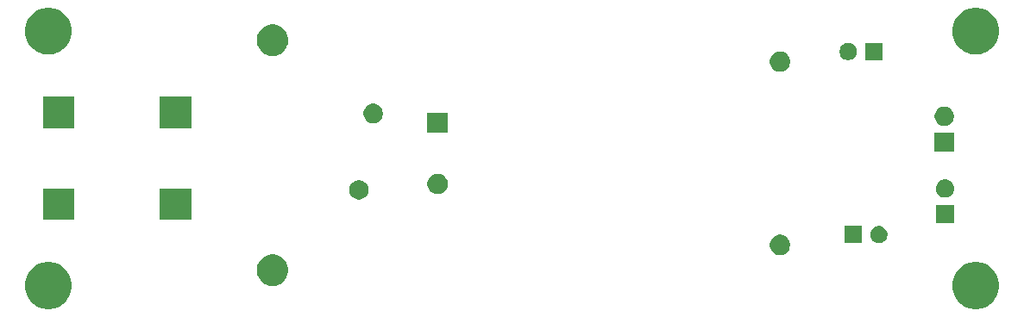
<source format=gbr>
G04 #@! TF.GenerationSoftware,KiCad,Pcbnew,(5.0.1)-3*
G04 #@! TF.CreationDate,2021-03-31T10:43:35+05:45*
G04 #@! TF.ProjectId,Power,506F7765722E6B696361645F70636200,rev?*
G04 #@! TF.SameCoordinates,Original*
G04 #@! TF.FileFunction,Soldermask,Bot*
G04 #@! TF.FilePolarity,Negative*
%FSLAX46Y46*%
G04 Gerber Fmt 4.6, Leading zero omitted, Abs format (unit mm)*
G04 Created by KiCad (PCBNEW (5.0.1)-3) date 3/31/2021 10:43:35 AM*
%MOMM*%
%LPD*%
G01*
G04 APERTURE LIST*
%ADD10C,0.100000*%
G04 APERTURE END LIST*
D10*
G36*
X239448903Y-65743213D02*
X239671177Y-65787426D01*
X240089932Y-65960880D01*
X240466802Y-66212696D01*
X240787304Y-66533198D01*
X241039120Y-66910068D01*
X241212574Y-67328823D01*
X241301000Y-67773371D01*
X241301000Y-68226629D01*
X241212574Y-68671177D01*
X241039120Y-69089932D01*
X240787304Y-69466802D01*
X240466802Y-69787304D01*
X240089932Y-70039120D01*
X239671177Y-70212574D01*
X239448903Y-70256787D01*
X239226630Y-70301000D01*
X238773370Y-70301000D01*
X238551097Y-70256787D01*
X238328823Y-70212574D01*
X237910068Y-70039120D01*
X237533198Y-69787304D01*
X237212696Y-69466802D01*
X236960880Y-69089932D01*
X236787426Y-68671177D01*
X236699000Y-68226629D01*
X236699000Y-67773371D01*
X236787426Y-67328823D01*
X236960880Y-66910068D01*
X237212696Y-66533198D01*
X237533198Y-66212696D01*
X237910068Y-65960880D01*
X238328823Y-65787426D01*
X238551097Y-65743213D01*
X238773370Y-65699000D01*
X239226630Y-65699000D01*
X239448903Y-65743213D01*
X239448903Y-65743213D01*
G37*
G36*
X148448903Y-65743213D02*
X148671177Y-65787426D01*
X149089932Y-65960880D01*
X149466802Y-66212696D01*
X149787304Y-66533198D01*
X150039120Y-66910068D01*
X150212574Y-67328823D01*
X150301000Y-67773371D01*
X150301000Y-68226629D01*
X150212574Y-68671177D01*
X150039120Y-69089932D01*
X149787304Y-69466802D01*
X149466802Y-69787304D01*
X149089932Y-70039120D01*
X148671177Y-70212574D01*
X148448903Y-70256787D01*
X148226630Y-70301000D01*
X147773370Y-70301000D01*
X147551097Y-70256787D01*
X147328823Y-70212574D01*
X146910068Y-70039120D01*
X146533198Y-69787304D01*
X146212696Y-69466802D01*
X145960880Y-69089932D01*
X145787426Y-68671177D01*
X145699000Y-68226629D01*
X145699000Y-67773371D01*
X145787426Y-67328823D01*
X145960880Y-66910068D01*
X146212696Y-66533198D01*
X146533198Y-66212696D01*
X146910068Y-65960880D01*
X147328823Y-65787426D01*
X147551097Y-65743213D01*
X147773370Y-65699000D01*
X148226630Y-65699000D01*
X148448903Y-65743213D01*
X148448903Y-65743213D01*
G37*
G36*
X170352527Y-64988736D02*
X170452410Y-65008604D01*
X170734674Y-65125521D01*
X170988705Y-65295259D01*
X171204741Y-65511295D01*
X171374479Y-65765326D01*
X171491396Y-66047590D01*
X171551000Y-66347240D01*
X171551000Y-66652760D01*
X171491396Y-66952410D01*
X171374479Y-67234674D01*
X171204741Y-67488705D01*
X170988705Y-67704741D01*
X170734674Y-67874479D01*
X170452410Y-67991396D01*
X170352527Y-68011264D01*
X170152762Y-68051000D01*
X169847238Y-68051000D01*
X169647473Y-68011264D01*
X169547590Y-67991396D01*
X169265326Y-67874479D01*
X169011295Y-67704741D01*
X168795259Y-67488705D01*
X168625521Y-67234674D01*
X168508604Y-66952410D01*
X168449000Y-66652760D01*
X168449000Y-66347240D01*
X168508604Y-66047590D01*
X168625521Y-65765326D01*
X168795259Y-65511295D01*
X169011295Y-65295259D01*
X169265326Y-65125521D01*
X169547590Y-65008604D01*
X169647473Y-64988736D01*
X169847238Y-64949000D01*
X170152762Y-64949000D01*
X170352527Y-64988736D01*
X170352527Y-64988736D01*
G37*
G36*
X220091981Y-63037468D02*
X220274150Y-63112925D01*
X220438103Y-63222475D01*
X220577525Y-63361897D01*
X220687075Y-63525850D01*
X220762532Y-63708019D01*
X220801000Y-63901410D01*
X220801000Y-64098590D01*
X220762532Y-64291981D01*
X220687075Y-64474150D01*
X220577525Y-64638103D01*
X220438103Y-64777525D01*
X220274150Y-64887075D01*
X220091981Y-64962532D01*
X219898590Y-65001000D01*
X219701410Y-65001000D01*
X219508019Y-64962532D01*
X219325850Y-64887075D01*
X219161897Y-64777525D01*
X219022475Y-64638103D01*
X218912925Y-64474150D01*
X218837468Y-64291981D01*
X218799000Y-64098590D01*
X218799000Y-63901410D01*
X218837468Y-63708019D01*
X218912925Y-63525850D01*
X219022475Y-63361897D01*
X219161897Y-63222475D01*
X219325850Y-63112925D01*
X219508019Y-63037468D01*
X219701410Y-62999000D01*
X219898590Y-62999000D01*
X220091981Y-63037468D01*
X220091981Y-63037468D01*
G37*
G36*
X229748228Y-62181703D02*
X229903100Y-62245853D01*
X230042481Y-62338985D01*
X230161015Y-62457519D01*
X230254147Y-62596900D01*
X230318297Y-62751772D01*
X230351000Y-62916184D01*
X230351000Y-63083816D01*
X230318297Y-63248228D01*
X230254147Y-63403100D01*
X230161015Y-63542481D01*
X230042481Y-63661015D01*
X229903100Y-63754147D01*
X229748228Y-63818297D01*
X229583816Y-63851000D01*
X229416184Y-63851000D01*
X229251772Y-63818297D01*
X229096900Y-63754147D01*
X228957519Y-63661015D01*
X228838985Y-63542481D01*
X228745853Y-63403100D01*
X228681703Y-63248228D01*
X228649000Y-63083816D01*
X228649000Y-62916184D01*
X228681703Y-62751772D01*
X228745853Y-62596900D01*
X228838985Y-62457519D01*
X228957519Y-62338985D01*
X229096900Y-62245853D01*
X229251772Y-62181703D01*
X229416184Y-62149000D01*
X229583816Y-62149000D01*
X229748228Y-62181703D01*
X229748228Y-62181703D01*
G37*
G36*
X227851000Y-63851000D02*
X226149000Y-63851000D01*
X226149000Y-62149000D01*
X227851000Y-62149000D01*
X227851000Y-63851000D01*
X227851000Y-63851000D01*
G37*
G36*
X236901000Y-61901000D02*
X235099000Y-61901000D01*
X235099000Y-60099000D01*
X236901000Y-60099000D01*
X236901000Y-61901000D01*
X236901000Y-61901000D01*
G37*
G36*
X162051000Y-61551000D02*
X158949000Y-61551000D01*
X158949000Y-58449000D01*
X162051000Y-58449000D01*
X162051000Y-61551000D01*
X162051000Y-61551000D01*
G37*
G36*
X150551000Y-61551000D02*
X147449000Y-61551000D01*
X147449000Y-58449000D01*
X150551000Y-58449000D01*
X150551000Y-61551000D01*
X150551000Y-61551000D01*
G37*
G36*
X178757396Y-57675546D02*
X178930466Y-57747234D01*
X179086230Y-57851312D01*
X179218688Y-57983770D01*
X179322766Y-58139534D01*
X179394454Y-58312604D01*
X179431000Y-58496333D01*
X179431000Y-58683667D01*
X179394454Y-58867396D01*
X179322766Y-59040466D01*
X179218688Y-59196230D01*
X179086230Y-59328688D01*
X178930466Y-59432766D01*
X178757396Y-59504454D01*
X178573667Y-59541000D01*
X178386333Y-59541000D01*
X178202604Y-59504454D01*
X178029534Y-59432766D01*
X177873770Y-59328688D01*
X177741312Y-59196230D01*
X177637234Y-59040466D01*
X177565546Y-58867396D01*
X177529000Y-58683667D01*
X177529000Y-58496333D01*
X177565546Y-58312604D01*
X177637234Y-58139534D01*
X177741312Y-57983770D01*
X177873770Y-57851312D01*
X178029534Y-57747234D01*
X178202604Y-57675546D01*
X178386333Y-57639000D01*
X178573667Y-57639000D01*
X178757396Y-57675546D01*
X178757396Y-57675546D01*
G37*
G36*
X236110442Y-57565518D02*
X236176627Y-57572037D01*
X236289853Y-57606384D01*
X236346467Y-57623557D01*
X236375358Y-57639000D01*
X236502991Y-57707222D01*
X236538729Y-57736552D01*
X236640186Y-57819814D01*
X236707149Y-57901410D01*
X236752778Y-57957009D01*
X236752779Y-57957011D01*
X236836443Y-58113533D01*
X236836443Y-58113534D01*
X236887963Y-58283373D01*
X236905359Y-58460000D01*
X236887963Y-58636627D01*
X236853616Y-58749853D01*
X236836443Y-58806467D01*
X236803875Y-58867396D01*
X236752778Y-58962991D01*
X236723448Y-58998729D01*
X236640186Y-59100186D01*
X236538729Y-59183448D01*
X236502991Y-59212778D01*
X236502989Y-59212779D01*
X236346467Y-59296443D01*
X236289853Y-59313616D01*
X236176627Y-59347963D01*
X236110442Y-59354482D01*
X236044260Y-59361000D01*
X235955740Y-59361000D01*
X235889558Y-59354482D01*
X235823373Y-59347963D01*
X235710147Y-59313616D01*
X235653533Y-59296443D01*
X235497011Y-59212779D01*
X235497009Y-59212778D01*
X235461271Y-59183448D01*
X235359814Y-59100186D01*
X235276552Y-58998729D01*
X235247222Y-58962991D01*
X235196125Y-58867396D01*
X235163557Y-58806467D01*
X235146384Y-58749853D01*
X235112037Y-58636627D01*
X235094641Y-58460000D01*
X235112037Y-58283373D01*
X235163557Y-58113534D01*
X235163557Y-58113533D01*
X235247221Y-57957011D01*
X235247222Y-57957009D01*
X235292851Y-57901410D01*
X235359814Y-57819814D01*
X235461271Y-57736552D01*
X235497009Y-57707222D01*
X235624642Y-57639000D01*
X235653533Y-57623557D01*
X235710147Y-57606384D01*
X235823373Y-57572037D01*
X235889558Y-57565518D01*
X235955740Y-57559000D01*
X236044260Y-57559000D01*
X236110442Y-57565518D01*
X236110442Y-57565518D01*
G37*
G36*
X186491981Y-57037468D02*
X186674150Y-57112925D01*
X186838103Y-57222475D01*
X186977525Y-57361897D01*
X187087075Y-57525850D01*
X187162532Y-57708019D01*
X187201000Y-57901410D01*
X187201000Y-58098590D01*
X187162532Y-58291981D01*
X187087075Y-58474150D01*
X186977525Y-58638103D01*
X186838103Y-58777525D01*
X186674150Y-58887075D01*
X186491981Y-58962532D01*
X186298590Y-59001000D01*
X186101410Y-59001000D01*
X185908019Y-58962532D01*
X185725850Y-58887075D01*
X185561897Y-58777525D01*
X185422475Y-58638103D01*
X185312925Y-58474150D01*
X185237468Y-58291981D01*
X185199000Y-58098590D01*
X185199000Y-57901410D01*
X185237468Y-57708019D01*
X185312925Y-57525850D01*
X185422475Y-57361897D01*
X185561897Y-57222475D01*
X185725850Y-57112925D01*
X185908019Y-57037468D01*
X186101410Y-56999000D01*
X186298590Y-56999000D01*
X186491981Y-57037468D01*
X186491981Y-57037468D01*
G37*
G36*
X236881000Y-54871000D02*
X234979000Y-54871000D01*
X234979000Y-52969000D01*
X236881000Y-52969000D01*
X236881000Y-54871000D01*
X236881000Y-54871000D01*
G37*
G36*
X187201000Y-53001000D02*
X185199000Y-53001000D01*
X185199000Y-50999000D01*
X187201000Y-50999000D01*
X187201000Y-53001000D01*
X187201000Y-53001000D01*
G37*
G36*
X162051000Y-52551000D02*
X158949000Y-52551000D01*
X158949000Y-49449000D01*
X162051000Y-49449000D01*
X162051000Y-52551000D01*
X162051000Y-52551000D01*
G37*
G36*
X150551000Y-52551000D02*
X147449000Y-52551000D01*
X147449000Y-49449000D01*
X150551000Y-49449000D01*
X150551000Y-52551000D01*
X150551000Y-52551000D01*
G37*
G36*
X236207396Y-50465546D02*
X236380466Y-50537234D01*
X236536230Y-50641312D01*
X236668688Y-50773770D01*
X236772766Y-50929534D01*
X236844454Y-51102604D01*
X236881000Y-51286333D01*
X236881000Y-51473667D01*
X236844454Y-51657396D01*
X236772766Y-51830466D01*
X236668688Y-51986230D01*
X236536230Y-52118688D01*
X236380466Y-52222766D01*
X236207396Y-52294454D01*
X236023667Y-52331000D01*
X235836333Y-52331000D01*
X235652604Y-52294454D01*
X235479534Y-52222766D01*
X235323770Y-52118688D01*
X235191312Y-51986230D01*
X235087234Y-51830466D01*
X235015546Y-51657396D01*
X234979000Y-51473667D01*
X234979000Y-51286333D01*
X235015546Y-51102604D01*
X235087234Y-50929534D01*
X235191312Y-50773770D01*
X235323770Y-50641312D01*
X235479534Y-50537234D01*
X235652604Y-50465546D01*
X235836333Y-50429000D01*
X236023667Y-50429000D01*
X236207396Y-50465546D01*
X236207396Y-50465546D01*
G37*
G36*
X180157396Y-50175546D02*
X180330466Y-50247234D01*
X180486230Y-50351312D01*
X180618688Y-50483770D01*
X180722766Y-50639534D01*
X180794454Y-50812604D01*
X180831000Y-50996333D01*
X180831000Y-51183667D01*
X180794454Y-51367396D01*
X180722766Y-51540466D01*
X180618688Y-51696230D01*
X180486230Y-51828688D01*
X180330466Y-51932766D01*
X180157396Y-52004454D01*
X179973667Y-52041000D01*
X179786333Y-52041000D01*
X179602604Y-52004454D01*
X179429534Y-51932766D01*
X179273770Y-51828688D01*
X179141312Y-51696230D01*
X179037234Y-51540466D01*
X178965546Y-51367396D01*
X178929000Y-51183667D01*
X178929000Y-50996333D01*
X178965546Y-50812604D01*
X179037234Y-50639534D01*
X179141312Y-50483770D01*
X179273770Y-50351312D01*
X179429534Y-50247234D01*
X179602604Y-50175546D01*
X179786333Y-50139000D01*
X179973667Y-50139000D01*
X180157396Y-50175546D01*
X180157396Y-50175546D01*
G37*
G36*
X220091981Y-45037468D02*
X220274150Y-45112925D01*
X220438103Y-45222475D01*
X220577525Y-45361897D01*
X220687075Y-45525850D01*
X220762532Y-45708019D01*
X220801000Y-45901410D01*
X220801000Y-46098590D01*
X220762532Y-46291981D01*
X220687075Y-46474150D01*
X220577525Y-46638103D01*
X220438103Y-46777525D01*
X220274150Y-46887075D01*
X220091981Y-46962532D01*
X219898590Y-47001000D01*
X219701410Y-47001000D01*
X219508019Y-46962532D01*
X219325850Y-46887075D01*
X219161897Y-46777525D01*
X219022475Y-46638103D01*
X218912925Y-46474150D01*
X218837468Y-46291981D01*
X218799000Y-46098590D01*
X218799000Y-45901410D01*
X218837468Y-45708019D01*
X218912925Y-45525850D01*
X219022475Y-45361897D01*
X219161897Y-45222475D01*
X219325850Y-45112925D01*
X219508019Y-45037468D01*
X219701410Y-44999000D01*
X219898590Y-44999000D01*
X220091981Y-45037468D01*
X220091981Y-45037468D01*
G37*
G36*
X226748228Y-44181703D02*
X226903100Y-44245853D01*
X227042481Y-44338985D01*
X227161015Y-44457519D01*
X227254147Y-44596900D01*
X227318297Y-44751772D01*
X227351000Y-44916184D01*
X227351000Y-45083816D01*
X227318297Y-45248228D01*
X227254147Y-45403100D01*
X227161015Y-45542481D01*
X227042481Y-45661015D01*
X226903100Y-45754147D01*
X226748228Y-45818297D01*
X226583816Y-45851000D01*
X226416184Y-45851000D01*
X226251772Y-45818297D01*
X226096900Y-45754147D01*
X225957519Y-45661015D01*
X225838985Y-45542481D01*
X225745853Y-45403100D01*
X225681703Y-45248228D01*
X225649000Y-45083816D01*
X225649000Y-44916184D01*
X225681703Y-44751772D01*
X225745853Y-44596900D01*
X225838985Y-44457519D01*
X225957519Y-44338985D01*
X226096900Y-44245853D01*
X226251772Y-44181703D01*
X226416184Y-44149000D01*
X226583816Y-44149000D01*
X226748228Y-44181703D01*
X226748228Y-44181703D01*
G37*
G36*
X229851000Y-45851000D02*
X228149000Y-45851000D01*
X228149000Y-44149000D01*
X229851000Y-44149000D01*
X229851000Y-45851000D01*
X229851000Y-45851000D01*
G37*
G36*
X170352527Y-42388736D02*
X170452410Y-42408604D01*
X170734674Y-42525521D01*
X170988705Y-42695259D01*
X171204741Y-42911295D01*
X171374479Y-43165326D01*
X171491396Y-43447590D01*
X171491396Y-43447591D01*
X171551000Y-43747238D01*
X171551000Y-44052762D01*
X171512591Y-44245853D01*
X171491396Y-44352410D01*
X171374479Y-44634674D01*
X171204741Y-44888705D01*
X170988705Y-45104741D01*
X170734674Y-45274479D01*
X170452410Y-45391396D01*
X170393570Y-45403100D01*
X170152762Y-45451000D01*
X169847238Y-45451000D01*
X169606430Y-45403100D01*
X169547590Y-45391396D01*
X169265326Y-45274479D01*
X169011295Y-45104741D01*
X168795259Y-44888705D01*
X168625521Y-44634674D01*
X168508604Y-44352410D01*
X168487409Y-44245853D01*
X168449000Y-44052762D01*
X168449000Y-43747238D01*
X168508604Y-43447591D01*
X168508604Y-43447590D01*
X168625521Y-43165326D01*
X168795259Y-42911295D01*
X169011295Y-42695259D01*
X169265326Y-42525521D01*
X169547590Y-42408604D01*
X169647473Y-42388736D01*
X169847238Y-42349000D01*
X170152762Y-42349000D01*
X170352527Y-42388736D01*
X170352527Y-42388736D01*
G37*
G36*
X148448903Y-40743213D02*
X148671177Y-40787426D01*
X149089932Y-40960880D01*
X149466802Y-41212696D01*
X149787304Y-41533198D01*
X150039120Y-41910068D01*
X150212574Y-42328823D01*
X150301000Y-42773371D01*
X150301000Y-43226629D01*
X150212574Y-43671177D01*
X150039120Y-44089932D01*
X149787304Y-44466802D01*
X149466802Y-44787304D01*
X149089932Y-45039120D01*
X148671177Y-45212574D01*
X148491932Y-45248228D01*
X148226630Y-45301000D01*
X147773370Y-45301000D01*
X147508068Y-45248228D01*
X147328823Y-45212574D01*
X146910068Y-45039120D01*
X146533198Y-44787304D01*
X146212696Y-44466802D01*
X145960880Y-44089932D01*
X145787426Y-43671177D01*
X145699000Y-43226629D01*
X145699000Y-42773371D01*
X145787426Y-42328823D01*
X145960880Y-41910068D01*
X146212696Y-41533198D01*
X146533198Y-41212696D01*
X146910068Y-40960880D01*
X147328823Y-40787426D01*
X147551097Y-40743213D01*
X147773370Y-40699000D01*
X148226630Y-40699000D01*
X148448903Y-40743213D01*
X148448903Y-40743213D01*
G37*
G36*
X239448903Y-40743213D02*
X239671177Y-40787426D01*
X240089932Y-40960880D01*
X240466802Y-41212696D01*
X240787304Y-41533198D01*
X241039120Y-41910068D01*
X241212574Y-42328823D01*
X241301000Y-42773371D01*
X241301000Y-43226629D01*
X241212574Y-43671177D01*
X241039120Y-44089932D01*
X240787304Y-44466802D01*
X240466802Y-44787304D01*
X240089932Y-45039120D01*
X239671177Y-45212574D01*
X239491932Y-45248228D01*
X239226630Y-45301000D01*
X238773370Y-45301000D01*
X238508068Y-45248228D01*
X238328823Y-45212574D01*
X237910068Y-45039120D01*
X237533198Y-44787304D01*
X237212696Y-44466802D01*
X236960880Y-44089932D01*
X236787426Y-43671177D01*
X236699000Y-43226629D01*
X236699000Y-42773371D01*
X236787426Y-42328823D01*
X236960880Y-41910068D01*
X237212696Y-41533198D01*
X237533198Y-41212696D01*
X237910068Y-40960880D01*
X238328823Y-40787426D01*
X238551097Y-40743213D01*
X238773370Y-40699000D01*
X239226630Y-40699000D01*
X239448903Y-40743213D01*
X239448903Y-40743213D01*
G37*
M02*

</source>
